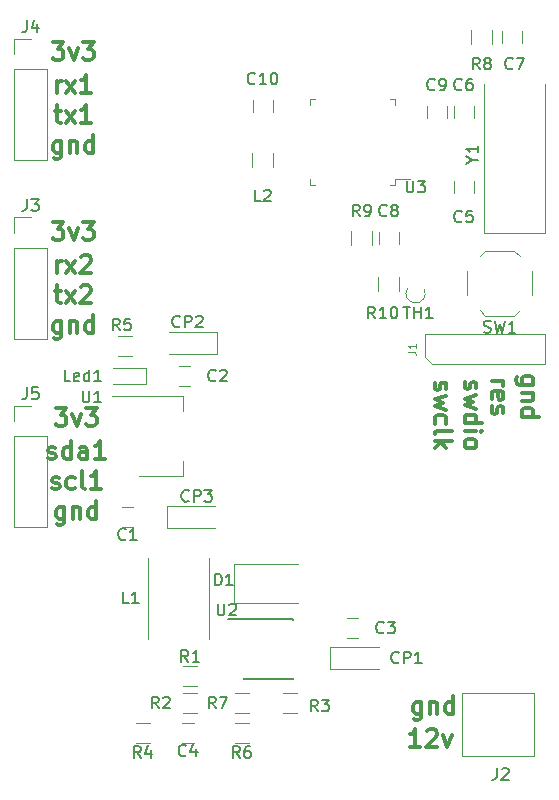
<source format=gbr>
%TF.GenerationSoftware,KiCad,Pcbnew,(5.1.2)-2*%
%TF.CreationDate,2020-09-07T08:08:20+07:00*%
%TF.ProjectId,ai-hw-elec,61692d68-772d-4656-9c65-632e6b696361,rev?*%
%TF.SameCoordinates,Original*%
%TF.FileFunction,Legend,Top*%
%TF.FilePolarity,Positive*%
%FSLAX46Y46*%
G04 Gerber Fmt 4.6, Leading zero omitted, Abs format (unit mm)*
G04 Created by KiCad (PCBNEW (5.1.2)-2) date 2020-09-07 08:08:20*
%MOMM*%
%LPD*%
G04 APERTURE LIST*
%ADD10C,0.300000*%
%ADD11C,0.120000*%
%ADD12C,0.100000*%
%ADD13C,0.150000*%
G04 APERTURE END LIST*
D10*
X108045428Y-62400571D02*
X108045428Y-61400571D01*
X108045428Y-61686285D02*
X108116857Y-61543428D01*
X108188285Y-61472000D01*
X108331142Y-61400571D01*
X108474000Y-61400571D01*
X108831142Y-62400571D02*
X109616857Y-61400571D01*
X108831142Y-61400571D02*
X109616857Y-62400571D01*
X110974000Y-62400571D02*
X110116857Y-62400571D01*
X110545428Y-62400571D02*
X110545428Y-60900571D01*
X110402571Y-61114857D01*
X110259714Y-61257714D01*
X110116857Y-61329142D01*
X107866857Y-63940571D02*
X108438285Y-63940571D01*
X108081142Y-63440571D02*
X108081142Y-64726285D01*
X108152571Y-64869142D01*
X108295428Y-64940571D01*
X108438285Y-64940571D01*
X108795428Y-64940571D02*
X109581142Y-63940571D01*
X108795428Y-63940571D02*
X109581142Y-64940571D01*
X110938285Y-64940571D02*
X110081142Y-64940571D01*
X110509714Y-64940571D02*
X110509714Y-63440571D01*
X110366857Y-63654857D01*
X110224000Y-63797714D01*
X110081142Y-63869142D01*
X108045428Y-77640571D02*
X108045428Y-76640571D01*
X108045428Y-76926285D02*
X108116857Y-76783428D01*
X108188285Y-76712000D01*
X108331142Y-76640571D01*
X108474000Y-76640571D01*
X108831142Y-77640571D02*
X109616857Y-76640571D01*
X108831142Y-76640571D02*
X109616857Y-77640571D01*
X110116857Y-76283428D02*
X110188285Y-76212000D01*
X110331142Y-76140571D01*
X110688285Y-76140571D01*
X110831142Y-76212000D01*
X110902571Y-76283428D01*
X110974000Y-76426285D01*
X110974000Y-76569142D01*
X110902571Y-76783428D01*
X110045428Y-77640571D01*
X110974000Y-77640571D01*
X107866857Y-79180571D02*
X108438285Y-79180571D01*
X108081142Y-78680571D02*
X108081142Y-79966285D01*
X108152571Y-80109142D01*
X108295428Y-80180571D01*
X108438285Y-80180571D01*
X108795428Y-80180571D02*
X109581142Y-79180571D01*
X108795428Y-79180571D02*
X109581142Y-80180571D01*
X110081142Y-78823428D02*
X110152571Y-78752000D01*
X110295428Y-78680571D01*
X110652571Y-78680571D01*
X110795428Y-78752000D01*
X110866857Y-78823428D01*
X110938285Y-78966285D01*
X110938285Y-79109142D01*
X110866857Y-79323428D01*
X110009714Y-80180571D01*
X110938285Y-80180571D01*
X107942285Y-89094571D02*
X108870857Y-89094571D01*
X108370857Y-89666000D01*
X108585142Y-89666000D01*
X108728000Y-89737428D01*
X108799428Y-89808857D01*
X108870857Y-89951714D01*
X108870857Y-90308857D01*
X108799428Y-90451714D01*
X108728000Y-90523142D01*
X108585142Y-90594571D01*
X108156571Y-90594571D01*
X108013714Y-90523142D01*
X107942285Y-90451714D01*
X109370857Y-89594571D02*
X109728000Y-90594571D01*
X110085142Y-89594571D01*
X110513714Y-89094571D02*
X111442285Y-89094571D01*
X110942285Y-89666000D01*
X111156571Y-89666000D01*
X111299428Y-89737428D01*
X111370857Y-89808857D01*
X111442285Y-89951714D01*
X111442285Y-90308857D01*
X111370857Y-90451714D01*
X111299428Y-90523142D01*
X111156571Y-90594571D01*
X110728000Y-90594571D01*
X110585142Y-90523142D01*
X110513714Y-90451714D01*
X107335142Y-93317142D02*
X107478000Y-93388571D01*
X107763714Y-93388571D01*
X107906571Y-93317142D01*
X107978000Y-93174285D01*
X107978000Y-93102857D01*
X107906571Y-92960000D01*
X107763714Y-92888571D01*
X107549428Y-92888571D01*
X107406571Y-92817142D01*
X107335142Y-92674285D01*
X107335142Y-92602857D01*
X107406571Y-92460000D01*
X107549428Y-92388571D01*
X107763714Y-92388571D01*
X107906571Y-92460000D01*
X109263714Y-93388571D02*
X109263714Y-91888571D01*
X109263714Y-93317142D02*
X109120857Y-93388571D01*
X108835142Y-93388571D01*
X108692285Y-93317142D01*
X108620857Y-93245714D01*
X108549428Y-93102857D01*
X108549428Y-92674285D01*
X108620857Y-92531428D01*
X108692285Y-92460000D01*
X108835142Y-92388571D01*
X109120857Y-92388571D01*
X109263714Y-92460000D01*
X110620857Y-93388571D02*
X110620857Y-92602857D01*
X110549428Y-92460000D01*
X110406571Y-92388571D01*
X110120857Y-92388571D01*
X109978000Y-92460000D01*
X110620857Y-93317142D02*
X110478000Y-93388571D01*
X110120857Y-93388571D01*
X109978000Y-93317142D01*
X109906571Y-93174285D01*
X109906571Y-93031428D01*
X109978000Y-92888571D01*
X110120857Y-92817142D01*
X110478000Y-92817142D01*
X110620857Y-92745714D01*
X112120857Y-93388571D02*
X111263714Y-93388571D01*
X111692285Y-93388571D02*
X111692285Y-91888571D01*
X111549428Y-92102857D01*
X111406571Y-92245714D01*
X111263714Y-92317142D01*
X107688285Y-58106571D02*
X108616857Y-58106571D01*
X108116857Y-58678000D01*
X108331142Y-58678000D01*
X108474000Y-58749428D01*
X108545428Y-58820857D01*
X108616857Y-58963714D01*
X108616857Y-59320857D01*
X108545428Y-59463714D01*
X108474000Y-59535142D01*
X108331142Y-59606571D01*
X107902571Y-59606571D01*
X107759714Y-59535142D01*
X107688285Y-59463714D01*
X109116857Y-58606571D02*
X109474000Y-59606571D01*
X109831142Y-58606571D01*
X110259714Y-58106571D02*
X111188285Y-58106571D01*
X110688285Y-58678000D01*
X110902571Y-58678000D01*
X111045428Y-58749428D01*
X111116857Y-58820857D01*
X111188285Y-58963714D01*
X111188285Y-59320857D01*
X111116857Y-59463714D01*
X111045428Y-59535142D01*
X110902571Y-59606571D01*
X110474000Y-59606571D01*
X110331142Y-59535142D01*
X110259714Y-59463714D01*
X107656571Y-95857142D02*
X107799428Y-95928571D01*
X108085142Y-95928571D01*
X108228000Y-95857142D01*
X108299428Y-95714285D01*
X108299428Y-95642857D01*
X108228000Y-95500000D01*
X108085142Y-95428571D01*
X107870857Y-95428571D01*
X107728000Y-95357142D01*
X107656571Y-95214285D01*
X107656571Y-95142857D01*
X107728000Y-95000000D01*
X107870857Y-94928571D01*
X108085142Y-94928571D01*
X108228000Y-95000000D01*
X109585142Y-95857142D02*
X109442285Y-95928571D01*
X109156571Y-95928571D01*
X109013714Y-95857142D01*
X108942285Y-95785714D01*
X108870857Y-95642857D01*
X108870857Y-95214285D01*
X108942285Y-95071428D01*
X109013714Y-95000000D01*
X109156571Y-94928571D01*
X109442285Y-94928571D01*
X109585142Y-95000000D01*
X110442285Y-95928571D02*
X110299428Y-95857142D01*
X110228000Y-95714285D01*
X110228000Y-94428571D01*
X111799428Y-95928571D02*
X110942285Y-95928571D01*
X111370857Y-95928571D02*
X111370857Y-94428571D01*
X111228000Y-94642857D01*
X111085142Y-94785714D01*
X110942285Y-94857142D01*
X108438285Y-81720571D02*
X108438285Y-82934857D01*
X108366857Y-83077714D01*
X108295428Y-83149142D01*
X108152571Y-83220571D01*
X107938285Y-83220571D01*
X107795428Y-83149142D01*
X108438285Y-82649142D02*
X108295428Y-82720571D01*
X108009714Y-82720571D01*
X107866857Y-82649142D01*
X107795428Y-82577714D01*
X107724000Y-82434857D01*
X107724000Y-82006285D01*
X107795428Y-81863428D01*
X107866857Y-81792000D01*
X108009714Y-81720571D01*
X108295428Y-81720571D01*
X108438285Y-81792000D01*
X109152571Y-81720571D02*
X109152571Y-82720571D01*
X109152571Y-81863428D02*
X109224000Y-81792000D01*
X109366857Y-81720571D01*
X109581142Y-81720571D01*
X109724000Y-81792000D01*
X109795428Y-81934857D01*
X109795428Y-82720571D01*
X111152571Y-82720571D02*
X111152571Y-81220571D01*
X111152571Y-82649142D02*
X111009714Y-82720571D01*
X110724000Y-82720571D01*
X110581142Y-82649142D01*
X110509714Y-82577714D01*
X110438285Y-82434857D01*
X110438285Y-82006285D01*
X110509714Y-81863428D01*
X110581142Y-81792000D01*
X110724000Y-81720571D01*
X111009714Y-81720571D01*
X111152571Y-81792000D01*
X108438285Y-66480571D02*
X108438285Y-67694857D01*
X108366857Y-67837714D01*
X108295428Y-67909142D01*
X108152571Y-67980571D01*
X107938285Y-67980571D01*
X107795428Y-67909142D01*
X108438285Y-67409142D02*
X108295428Y-67480571D01*
X108009714Y-67480571D01*
X107866857Y-67409142D01*
X107795428Y-67337714D01*
X107724000Y-67194857D01*
X107724000Y-66766285D01*
X107795428Y-66623428D01*
X107866857Y-66552000D01*
X108009714Y-66480571D01*
X108295428Y-66480571D01*
X108438285Y-66552000D01*
X109152571Y-66480571D02*
X109152571Y-67480571D01*
X109152571Y-66623428D02*
X109224000Y-66552000D01*
X109366857Y-66480571D01*
X109581142Y-66480571D01*
X109724000Y-66552000D01*
X109795428Y-66694857D01*
X109795428Y-67480571D01*
X111152571Y-67480571D02*
X111152571Y-65980571D01*
X111152571Y-67409142D02*
X111009714Y-67480571D01*
X110724000Y-67480571D01*
X110581142Y-67409142D01*
X110509714Y-67337714D01*
X110438285Y-67194857D01*
X110438285Y-66766285D01*
X110509714Y-66623428D01*
X110581142Y-66552000D01*
X110724000Y-66480571D01*
X111009714Y-66480571D01*
X111152571Y-66552000D01*
X108692285Y-97468571D02*
X108692285Y-98682857D01*
X108620857Y-98825714D01*
X108549428Y-98897142D01*
X108406571Y-98968571D01*
X108192285Y-98968571D01*
X108049428Y-98897142D01*
X108692285Y-98397142D02*
X108549428Y-98468571D01*
X108263714Y-98468571D01*
X108120857Y-98397142D01*
X108049428Y-98325714D01*
X107978000Y-98182857D01*
X107978000Y-97754285D01*
X108049428Y-97611428D01*
X108120857Y-97540000D01*
X108263714Y-97468571D01*
X108549428Y-97468571D01*
X108692285Y-97540000D01*
X109406571Y-97468571D02*
X109406571Y-98468571D01*
X109406571Y-97611428D02*
X109478000Y-97540000D01*
X109620857Y-97468571D01*
X109835142Y-97468571D01*
X109978000Y-97540000D01*
X110049428Y-97682857D01*
X110049428Y-98468571D01*
X111406571Y-98468571D02*
X111406571Y-96968571D01*
X111406571Y-98397142D02*
X111263714Y-98468571D01*
X110978000Y-98468571D01*
X110835142Y-98397142D01*
X110763714Y-98325714D01*
X110692285Y-98182857D01*
X110692285Y-97754285D01*
X110763714Y-97611428D01*
X110835142Y-97540000D01*
X110978000Y-97468571D01*
X111263714Y-97468571D01*
X111406571Y-97540000D01*
X138842857Y-117772571D02*
X137985714Y-117772571D01*
X138414285Y-117772571D02*
X138414285Y-116272571D01*
X138271428Y-116486857D01*
X138128571Y-116629714D01*
X137985714Y-116701142D01*
X139414285Y-116415428D02*
X139485714Y-116344000D01*
X139628571Y-116272571D01*
X139985714Y-116272571D01*
X140128571Y-116344000D01*
X140200000Y-116415428D01*
X140271428Y-116558285D01*
X140271428Y-116701142D01*
X140200000Y-116915428D01*
X139342857Y-117772571D01*
X140271428Y-117772571D01*
X140771428Y-116772571D02*
X141128571Y-117772571D01*
X141485714Y-116772571D01*
X138918285Y-113978571D02*
X138918285Y-115192857D01*
X138846857Y-115335714D01*
X138775428Y-115407142D01*
X138632571Y-115478571D01*
X138418285Y-115478571D01*
X138275428Y-115407142D01*
X138918285Y-114907142D02*
X138775428Y-114978571D01*
X138489714Y-114978571D01*
X138346857Y-114907142D01*
X138275428Y-114835714D01*
X138204000Y-114692857D01*
X138204000Y-114264285D01*
X138275428Y-114121428D01*
X138346857Y-114050000D01*
X138489714Y-113978571D01*
X138775428Y-113978571D01*
X138918285Y-114050000D01*
X139632571Y-113978571D02*
X139632571Y-114978571D01*
X139632571Y-114121428D02*
X139704000Y-114050000D01*
X139846857Y-113978571D01*
X140061142Y-113978571D01*
X140204000Y-114050000D01*
X140275428Y-114192857D01*
X140275428Y-114978571D01*
X141632571Y-114978571D02*
X141632571Y-113478571D01*
X141632571Y-114907142D02*
X141489714Y-114978571D01*
X141204000Y-114978571D01*
X141061142Y-114907142D01*
X140989714Y-114835714D01*
X140918285Y-114692857D01*
X140918285Y-114264285D01*
X140989714Y-114121428D01*
X141061142Y-114050000D01*
X141204000Y-113978571D01*
X141489714Y-113978571D01*
X141632571Y-114050000D01*
X142648857Y-86840571D02*
X142577428Y-86983428D01*
X142577428Y-87269142D01*
X142648857Y-87412000D01*
X142791714Y-87483428D01*
X142863142Y-87483428D01*
X143006000Y-87412000D01*
X143077428Y-87269142D01*
X143077428Y-87054857D01*
X143148857Y-86912000D01*
X143291714Y-86840571D01*
X143363142Y-86840571D01*
X143506000Y-86912000D01*
X143577428Y-87054857D01*
X143577428Y-87269142D01*
X143506000Y-87412000D01*
X143577428Y-87983428D02*
X142577428Y-88269142D01*
X143291714Y-88554857D01*
X142577428Y-88840571D01*
X143577428Y-89126285D01*
X142577428Y-90340571D02*
X144077428Y-90340571D01*
X142648857Y-90340571D02*
X142577428Y-90197714D01*
X142577428Y-89912000D01*
X142648857Y-89769142D01*
X142720285Y-89697714D01*
X142863142Y-89626285D01*
X143291714Y-89626285D01*
X143434571Y-89697714D01*
X143506000Y-89769142D01*
X143577428Y-89912000D01*
X143577428Y-90197714D01*
X143506000Y-90340571D01*
X142577428Y-91054857D02*
X143577428Y-91054857D01*
X144077428Y-91054857D02*
X144006000Y-90983428D01*
X143934571Y-91054857D01*
X144006000Y-91126285D01*
X144077428Y-91054857D01*
X143934571Y-91054857D01*
X142577428Y-91983428D02*
X142648857Y-91840571D01*
X142720285Y-91769142D01*
X142863142Y-91697714D01*
X143291714Y-91697714D01*
X143434571Y-91769142D01*
X143506000Y-91840571D01*
X143577428Y-91983428D01*
X143577428Y-92197714D01*
X143506000Y-92340571D01*
X143434571Y-92412000D01*
X143291714Y-92483428D01*
X142863142Y-92483428D01*
X142720285Y-92412000D01*
X142648857Y-92340571D01*
X142577428Y-92197714D01*
X142577428Y-91983428D01*
X144863428Y-86780857D02*
X145863428Y-86780857D01*
X145577714Y-86780857D02*
X145720571Y-86852285D01*
X145792000Y-86923714D01*
X145863428Y-87066571D01*
X145863428Y-87209428D01*
X144934857Y-88280857D02*
X144863428Y-88138000D01*
X144863428Y-87852285D01*
X144934857Y-87709428D01*
X145077714Y-87638000D01*
X145649142Y-87638000D01*
X145792000Y-87709428D01*
X145863428Y-87852285D01*
X145863428Y-88138000D01*
X145792000Y-88280857D01*
X145649142Y-88352285D01*
X145506285Y-88352285D01*
X145363428Y-87638000D01*
X144934857Y-88923714D02*
X144863428Y-89066571D01*
X144863428Y-89352285D01*
X144934857Y-89495142D01*
X145077714Y-89566571D01*
X145149142Y-89566571D01*
X145292000Y-89495142D01*
X145363428Y-89352285D01*
X145363428Y-89138000D01*
X145434857Y-88995142D01*
X145577714Y-88923714D01*
X145649142Y-88923714D01*
X145792000Y-88995142D01*
X145863428Y-89138000D01*
X145863428Y-89352285D01*
X145792000Y-89495142D01*
X140108857Y-86912000D02*
X140037428Y-87054857D01*
X140037428Y-87340571D01*
X140108857Y-87483428D01*
X140251714Y-87554857D01*
X140323142Y-87554857D01*
X140466000Y-87483428D01*
X140537428Y-87340571D01*
X140537428Y-87126285D01*
X140608857Y-86983428D01*
X140751714Y-86912000D01*
X140823142Y-86912000D01*
X140966000Y-86983428D01*
X141037428Y-87126285D01*
X141037428Y-87340571D01*
X140966000Y-87483428D01*
X141037428Y-88054857D02*
X140037428Y-88340571D01*
X140751714Y-88626285D01*
X140037428Y-88912000D01*
X141037428Y-89197714D01*
X140108857Y-90412000D02*
X140037428Y-90269142D01*
X140037428Y-89983428D01*
X140108857Y-89840571D01*
X140180285Y-89769142D01*
X140323142Y-89697714D01*
X140751714Y-89697714D01*
X140894571Y-89769142D01*
X140966000Y-89840571D01*
X141037428Y-89983428D01*
X141037428Y-90269142D01*
X140966000Y-90412000D01*
X140037428Y-91269142D02*
X140108857Y-91126285D01*
X140251714Y-91054857D01*
X141537428Y-91054857D01*
X140037428Y-91840571D02*
X141537428Y-91840571D01*
X140608857Y-91983428D02*
X140037428Y-92412000D01*
X141037428Y-92412000D02*
X140466000Y-91840571D01*
X148403428Y-87102285D02*
X147189142Y-87102285D01*
X147046285Y-87030857D01*
X146974857Y-86959428D01*
X146903428Y-86816571D01*
X146903428Y-86602285D01*
X146974857Y-86459428D01*
X147474857Y-87102285D02*
X147403428Y-86959428D01*
X147403428Y-86673714D01*
X147474857Y-86530857D01*
X147546285Y-86459428D01*
X147689142Y-86388000D01*
X148117714Y-86388000D01*
X148260571Y-86459428D01*
X148332000Y-86530857D01*
X148403428Y-86673714D01*
X148403428Y-86959428D01*
X148332000Y-87102285D01*
X148403428Y-87816571D02*
X147403428Y-87816571D01*
X148260571Y-87816571D02*
X148332000Y-87888000D01*
X148403428Y-88030857D01*
X148403428Y-88245142D01*
X148332000Y-88388000D01*
X148189142Y-88459428D01*
X147403428Y-88459428D01*
X147403428Y-89816571D02*
X148903428Y-89816571D01*
X147474857Y-89816571D02*
X147403428Y-89673714D01*
X147403428Y-89388000D01*
X147474857Y-89245142D01*
X147546285Y-89173714D01*
X147689142Y-89102285D01*
X148117714Y-89102285D01*
X148260571Y-89173714D01*
X148332000Y-89245142D01*
X148403428Y-89388000D01*
X148403428Y-89673714D01*
X148332000Y-89816571D01*
X107688285Y-73346571D02*
X108616857Y-73346571D01*
X108116857Y-73918000D01*
X108331142Y-73918000D01*
X108474000Y-73989428D01*
X108545428Y-74060857D01*
X108616857Y-74203714D01*
X108616857Y-74560857D01*
X108545428Y-74703714D01*
X108474000Y-74775142D01*
X108331142Y-74846571D01*
X107902571Y-74846571D01*
X107759714Y-74775142D01*
X107688285Y-74703714D01*
X109116857Y-73846571D02*
X109474000Y-74846571D01*
X109831142Y-73846571D01*
X110259714Y-73346571D02*
X111188285Y-73346571D01*
X110688285Y-73918000D01*
X110902571Y-73918000D01*
X111045428Y-73989428D01*
X111116857Y-74060857D01*
X111188285Y-74203714D01*
X111188285Y-74560857D01*
X111116857Y-74703714D01*
X111045428Y-74775142D01*
X110902571Y-74846571D01*
X110474000Y-74846571D01*
X110331142Y-74775142D01*
X110259714Y-74703714D01*
D11*
%TO.C,J2*%
X148434000Y-118540800D02*
X142338000Y-118540800D01*
X148434000Y-113206800D02*
X148434000Y-118540800D01*
X142338000Y-113206800D02*
X142338000Y-118540800D01*
X148434000Y-113206800D02*
X142338000Y-113206800D01*
%TO.C,C1*%
X113546000Y-99148000D02*
X114546000Y-99148000D01*
X114546000Y-97448000D02*
X113546000Y-97448000D01*
%TO.C,C2*%
X119372000Y-85510000D02*
X118372000Y-85510000D01*
X118372000Y-87210000D02*
X119372000Y-87210000D01*
%TO.C,C3*%
X133596000Y-106846000D02*
X132596000Y-106846000D01*
X132596000Y-108546000D02*
X133596000Y-108546000D01*
%TO.C,C4*%
X119642000Y-115761000D02*
X118642000Y-115761000D01*
X118642000Y-117461000D02*
X119642000Y-117461000D01*
%TO.C,C5*%
X141644000Y-69858000D02*
X141644000Y-70858000D01*
X143344000Y-70858000D02*
X143344000Y-69858000D01*
%TO.C,C6*%
X141644000Y-63508000D02*
X141644000Y-64508000D01*
X143344000Y-64508000D02*
X143344000Y-63508000D01*
%TO.C,C7*%
X145708000Y-57142000D02*
X145708000Y-58142000D01*
X147408000Y-58142000D02*
X147408000Y-57142000D01*
%TO.C,C8*%
X135294000Y-74176000D02*
X135294000Y-75176000D01*
X136994000Y-75176000D02*
X136994000Y-74176000D01*
%TO.C,C9*%
X139358000Y-63492000D02*
X139358000Y-64492000D01*
X141058000Y-64492000D02*
X141058000Y-63492000D01*
%TO.C,C10*%
X124626000Y-63000000D02*
X124626000Y-64000000D01*
X126326000Y-64000000D02*
X126326000Y-63000000D01*
%TO.C,CP1*%
X131205500Y-111171000D02*
X135290500Y-111171000D01*
X131205500Y-109301000D02*
X131205500Y-111171000D01*
X135290500Y-109301000D02*
X131205500Y-109301000D01*
%TO.C,CP2*%
X117526000Y-84501000D02*
X121611000Y-84501000D01*
X121611000Y-84501000D02*
X121611000Y-82631000D01*
X121611000Y-82631000D02*
X117526000Y-82631000D01*
%TO.C,CP3*%
X117403000Y-99233000D02*
X121488000Y-99233000D01*
X117403000Y-97363000D02*
X117403000Y-99233000D01*
X121488000Y-97363000D02*
X117403000Y-97363000D01*
%TO.C,D1*%
X123092000Y-102236000D02*
X123092000Y-105536000D01*
X123092000Y-105536000D02*
X128492000Y-105536000D01*
X123092000Y-102236000D02*
X128492000Y-102236000D01*
D12*
%TO.C,J1*%
X139192000Y-84709000D02*
X139192000Y-82804000D01*
X139192000Y-82804000D02*
X149352000Y-82804000D01*
X149352000Y-82804000D02*
X149352000Y-85344000D01*
X149352000Y-85344000D02*
X139827000Y-85344000D01*
X139827000Y-85344000D02*
X139192000Y-84709000D01*
D11*
%TO.C,L1*%
X115814000Y-108642000D02*
X115814000Y-101742000D01*
X120914000Y-108642000D02*
X120914000Y-101742000D01*
%TO.C,L2*%
X124596000Y-68672000D02*
X124596000Y-67472000D01*
X126356000Y-67472000D02*
X126356000Y-68672000D01*
%TO.C,Led1*%
X115592000Y-87060000D02*
X112792000Y-87060000D01*
X115592000Y-85660000D02*
X112792000Y-85660000D01*
X115592000Y-87060000D02*
X115592000Y-85660000D01*
%TO.C,R1*%
X119942000Y-112640000D02*
X118742000Y-112640000D01*
X118742000Y-110880000D02*
X119942000Y-110880000D01*
%TO.C,R2*%
X119942000Y-114926000D02*
X118742000Y-114926000D01*
X118742000Y-113166000D02*
X119942000Y-113166000D01*
%TO.C,R3*%
X128362000Y-114926000D02*
X127162000Y-114926000D01*
X127162000Y-113166000D02*
X128362000Y-113166000D01*
%TO.C,R4*%
X115916000Y-117466000D02*
X114716000Y-117466000D01*
X114716000Y-115706000D02*
X115916000Y-115706000D01*
%TO.C,R5*%
X113192000Y-82940000D02*
X114392000Y-82940000D01*
X114392000Y-84700000D02*
X113192000Y-84700000D01*
%TO.C,R6*%
X124298000Y-117466000D02*
X123098000Y-117466000D01*
X123098000Y-115706000D02*
X124298000Y-115706000D01*
%TO.C,R7*%
X124298000Y-114926000D02*
X123098000Y-114926000D01*
X123098000Y-113166000D02*
X124298000Y-113166000D01*
%TO.C,R8*%
X144898000Y-57058000D02*
X144898000Y-58258000D01*
X143138000Y-58258000D02*
X143138000Y-57058000D01*
%TO.C,R9*%
X134738000Y-74076000D02*
X134738000Y-75276000D01*
X132978000Y-75276000D02*
X132978000Y-74076000D01*
%TO.C,SW1*%
X147242000Y-76186000D02*
X146792000Y-75736000D01*
X143842000Y-76186000D02*
X144292000Y-75736000D01*
X143842000Y-80786000D02*
X144292000Y-81236000D01*
X147242000Y-80786000D02*
X146792000Y-81236000D01*
X142792000Y-79486000D02*
X142792000Y-77486000D01*
X146792000Y-75736000D02*
X144292000Y-75736000D01*
X148292000Y-79486000D02*
X148292000Y-77486000D01*
X146792000Y-81236000D02*
X144292000Y-81236000D01*
%TO.C,U1*%
X118750000Y-94850000D02*
X118750000Y-93590000D01*
X118750000Y-88030000D02*
X118750000Y-89290000D01*
X114990000Y-94850000D02*
X118750000Y-94850000D01*
X112740000Y-88030000D02*
X118750000Y-88030000D01*
D13*
%TO.C,U2*%
X123909000Y-106899000D02*
X123909000Y-106949000D01*
X128059000Y-106899000D02*
X128059000Y-107044000D01*
X128059000Y-112049000D02*
X128059000Y-111904000D01*
X123909000Y-112049000D02*
X123909000Y-111904000D01*
X123909000Y-106899000D02*
X128059000Y-106899000D01*
X123909000Y-112049000D02*
X128059000Y-112049000D01*
X123909000Y-106949000D02*
X122509000Y-106949000D01*
D11*
%TO.C,U3*%
X129936000Y-62938000D02*
X129486000Y-62938000D01*
X129486000Y-62938000D02*
X129486000Y-63388000D01*
X136256000Y-62938000D02*
X136706000Y-62938000D01*
X136706000Y-62938000D02*
X136706000Y-63388000D01*
X129936000Y-70158000D02*
X129486000Y-70158000D01*
X129486000Y-70158000D02*
X129486000Y-69708000D01*
X136256000Y-70158000D02*
X136706000Y-70158000D01*
X136706000Y-70158000D02*
X136706000Y-69708000D01*
X136706000Y-69708000D02*
X137996000Y-69708000D01*
%TO.C,Y1*%
X149362000Y-74264000D02*
X149362000Y-61664000D01*
X144262000Y-74264000D02*
X149362000Y-74264000D01*
X144262000Y-61664000D02*
X144262000Y-74264000D01*
%TO.C,J3*%
X104440000Y-75530000D02*
X104440000Y-83210000D01*
X104440000Y-83210000D02*
X107240000Y-83210000D01*
X107240000Y-83210000D02*
X107240000Y-75530000D01*
X107240000Y-75530000D02*
X104440000Y-75530000D01*
X104440000Y-74260000D02*
X104440000Y-72930000D01*
X104440000Y-72930000D02*
X105840000Y-72930000D01*
%TO.C,J4*%
X104430000Y-57800000D02*
X105830000Y-57800000D01*
X104430000Y-59130000D02*
X104430000Y-57800000D01*
X107230000Y-60400000D02*
X104430000Y-60400000D01*
X107230000Y-68080000D02*
X107230000Y-60400000D01*
X104430000Y-68080000D02*
X107230000Y-68080000D01*
X104430000Y-60400000D02*
X104430000Y-68080000D01*
%TO.C,J5*%
X104440000Y-91470000D02*
X104440000Y-99150000D01*
X104440000Y-99150000D02*
X107240000Y-99150000D01*
X107240000Y-99150000D02*
X107240000Y-91470000D01*
X107240000Y-91470000D02*
X104440000Y-91470000D01*
X104440000Y-90200000D02*
X104440000Y-88870000D01*
X104440000Y-88870000D02*
X105840000Y-88870000D01*
%TO.C,R10*%
X135264000Y-79152000D02*
X135264000Y-77952000D01*
X137024000Y-77952000D02*
X137024000Y-79152000D01*
%TO.C,TH1*%
X139179359Y-79049905D02*
G75*
G02X137730000Y-78952867I-749359J-320095D01*
G01*
%TO.C,J2*%
D13*
X145306666Y-119567980D02*
X145306666Y-120282266D01*
X145259047Y-120425123D01*
X145163809Y-120520361D01*
X145020952Y-120567980D01*
X144925714Y-120567980D01*
X145735238Y-119663219D02*
X145782857Y-119615600D01*
X145878095Y-119567980D01*
X146116190Y-119567980D01*
X146211428Y-119615600D01*
X146259047Y-119663219D01*
X146306666Y-119758457D01*
X146306666Y-119853695D01*
X146259047Y-119996552D01*
X145687619Y-120567980D01*
X146306666Y-120567980D01*
%TO.C,C1*%
X113879333Y-100155142D02*
X113831714Y-100202761D01*
X113688857Y-100250380D01*
X113593619Y-100250380D01*
X113450761Y-100202761D01*
X113355523Y-100107523D01*
X113307904Y-100012285D01*
X113260285Y-99821809D01*
X113260285Y-99678952D01*
X113307904Y-99488476D01*
X113355523Y-99393238D01*
X113450761Y-99298000D01*
X113593619Y-99250380D01*
X113688857Y-99250380D01*
X113831714Y-99298000D01*
X113879333Y-99345619D01*
X114831714Y-100250380D02*
X114260285Y-100250380D01*
X114546000Y-100250380D02*
X114546000Y-99250380D01*
X114450761Y-99393238D01*
X114355523Y-99488476D01*
X114260285Y-99536095D01*
%TO.C,C2*%
X121499333Y-86717142D02*
X121451714Y-86764761D01*
X121308857Y-86812380D01*
X121213619Y-86812380D01*
X121070761Y-86764761D01*
X120975523Y-86669523D01*
X120927904Y-86574285D01*
X120880285Y-86383809D01*
X120880285Y-86240952D01*
X120927904Y-86050476D01*
X120975523Y-85955238D01*
X121070761Y-85860000D01*
X121213619Y-85812380D01*
X121308857Y-85812380D01*
X121451714Y-85860000D01*
X121499333Y-85907619D01*
X121880285Y-85907619D02*
X121927904Y-85860000D01*
X122023142Y-85812380D01*
X122261238Y-85812380D01*
X122356476Y-85860000D01*
X122404095Y-85907619D01*
X122451714Y-86002857D01*
X122451714Y-86098095D01*
X122404095Y-86240952D01*
X121832666Y-86812380D01*
X122451714Y-86812380D01*
%TO.C,C3*%
X135723333Y-108053142D02*
X135675714Y-108100761D01*
X135532857Y-108148380D01*
X135437619Y-108148380D01*
X135294761Y-108100761D01*
X135199523Y-108005523D01*
X135151904Y-107910285D01*
X135104285Y-107719809D01*
X135104285Y-107576952D01*
X135151904Y-107386476D01*
X135199523Y-107291238D01*
X135294761Y-107196000D01*
X135437619Y-107148380D01*
X135532857Y-107148380D01*
X135675714Y-107196000D01*
X135723333Y-107243619D01*
X136056666Y-107148380D02*
X136675714Y-107148380D01*
X136342380Y-107529333D01*
X136485238Y-107529333D01*
X136580476Y-107576952D01*
X136628095Y-107624571D01*
X136675714Y-107719809D01*
X136675714Y-107957904D01*
X136628095Y-108053142D01*
X136580476Y-108100761D01*
X136485238Y-108148380D01*
X136199523Y-108148380D01*
X136104285Y-108100761D01*
X136056666Y-108053142D01*
%TO.C,C4*%
X118975333Y-118468142D02*
X118927714Y-118515761D01*
X118784857Y-118563380D01*
X118689619Y-118563380D01*
X118546761Y-118515761D01*
X118451523Y-118420523D01*
X118403904Y-118325285D01*
X118356285Y-118134809D01*
X118356285Y-117991952D01*
X118403904Y-117801476D01*
X118451523Y-117706238D01*
X118546761Y-117611000D01*
X118689619Y-117563380D01*
X118784857Y-117563380D01*
X118927714Y-117611000D01*
X118975333Y-117658619D01*
X119832476Y-117896714D02*
X119832476Y-118563380D01*
X119594380Y-117515761D02*
X119356285Y-118230047D01*
X119975333Y-118230047D01*
%TO.C,C5*%
X142327333Y-73255142D02*
X142279714Y-73302761D01*
X142136857Y-73350380D01*
X142041619Y-73350380D01*
X141898761Y-73302761D01*
X141803523Y-73207523D01*
X141755904Y-73112285D01*
X141708285Y-72921809D01*
X141708285Y-72778952D01*
X141755904Y-72588476D01*
X141803523Y-72493238D01*
X141898761Y-72398000D01*
X142041619Y-72350380D01*
X142136857Y-72350380D01*
X142279714Y-72398000D01*
X142327333Y-72445619D01*
X143232095Y-72350380D02*
X142755904Y-72350380D01*
X142708285Y-72826571D01*
X142755904Y-72778952D01*
X142851142Y-72731333D01*
X143089238Y-72731333D01*
X143184476Y-72778952D01*
X143232095Y-72826571D01*
X143279714Y-72921809D01*
X143279714Y-73159904D01*
X143232095Y-73255142D01*
X143184476Y-73302761D01*
X143089238Y-73350380D01*
X142851142Y-73350380D01*
X142755904Y-73302761D01*
X142708285Y-73255142D01*
%TO.C,C6*%
X142327333Y-62079142D02*
X142279714Y-62126761D01*
X142136857Y-62174380D01*
X142041619Y-62174380D01*
X141898761Y-62126761D01*
X141803523Y-62031523D01*
X141755904Y-61936285D01*
X141708285Y-61745809D01*
X141708285Y-61602952D01*
X141755904Y-61412476D01*
X141803523Y-61317238D01*
X141898761Y-61222000D01*
X142041619Y-61174380D01*
X142136857Y-61174380D01*
X142279714Y-61222000D01*
X142327333Y-61269619D01*
X143184476Y-61174380D02*
X142994000Y-61174380D01*
X142898761Y-61222000D01*
X142851142Y-61269619D01*
X142755904Y-61412476D01*
X142708285Y-61602952D01*
X142708285Y-61983904D01*
X142755904Y-62079142D01*
X142803523Y-62126761D01*
X142898761Y-62174380D01*
X143089238Y-62174380D01*
X143184476Y-62126761D01*
X143232095Y-62079142D01*
X143279714Y-61983904D01*
X143279714Y-61745809D01*
X143232095Y-61650571D01*
X143184476Y-61602952D01*
X143089238Y-61555333D01*
X142898761Y-61555333D01*
X142803523Y-61602952D01*
X142755904Y-61650571D01*
X142708285Y-61745809D01*
%TO.C,C7*%
X146645333Y-60301142D02*
X146597714Y-60348761D01*
X146454857Y-60396380D01*
X146359619Y-60396380D01*
X146216761Y-60348761D01*
X146121523Y-60253523D01*
X146073904Y-60158285D01*
X146026285Y-59967809D01*
X146026285Y-59824952D01*
X146073904Y-59634476D01*
X146121523Y-59539238D01*
X146216761Y-59444000D01*
X146359619Y-59396380D01*
X146454857Y-59396380D01*
X146597714Y-59444000D01*
X146645333Y-59491619D01*
X146978666Y-59396380D02*
X147645333Y-59396380D01*
X147216761Y-60396380D01*
%TO.C,C8*%
X135977333Y-72747142D02*
X135929714Y-72794761D01*
X135786857Y-72842380D01*
X135691619Y-72842380D01*
X135548761Y-72794761D01*
X135453523Y-72699523D01*
X135405904Y-72604285D01*
X135358285Y-72413809D01*
X135358285Y-72270952D01*
X135405904Y-72080476D01*
X135453523Y-71985238D01*
X135548761Y-71890000D01*
X135691619Y-71842380D01*
X135786857Y-71842380D01*
X135929714Y-71890000D01*
X135977333Y-71937619D01*
X136548761Y-72270952D02*
X136453523Y-72223333D01*
X136405904Y-72175714D01*
X136358285Y-72080476D01*
X136358285Y-72032857D01*
X136405904Y-71937619D01*
X136453523Y-71890000D01*
X136548761Y-71842380D01*
X136739238Y-71842380D01*
X136834476Y-71890000D01*
X136882095Y-71937619D01*
X136929714Y-72032857D01*
X136929714Y-72080476D01*
X136882095Y-72175714D01*
X136834476Y-72223333D01*
X136739238Y-72270952D01*
X136548761Y-72270952D01*
X136453523Y-72318571D01*
X136405904Y-72366190D01*
X136358285Y-72461428D01*
X136358285Y-72651904D01*
X136405904Y-72747142D01*
X136453523Y-72794761D01*
X136548761Y-72842380D01*
X136739238Y-72842380D01*
X136834476Y-72794761D01*
X136882095Y-72747142D01*
X136929714Y-72651904D01*
X136929714Y-72461428D01*
X136882095Y-72366190D01*
X136834476Y-72318571D01*
X136739238Y-72270952D01*
%TO.C,C9*%
X140041333Y-62079142D02*
X139993714Y-62126761D01*
X139850857Y-62174380D01*
X139755619Y-62174380D01*
X139612761Y-62126761D01*
X139517523Y-62031523D01*
X139469904Y-61936285D01*
X139422285Y-61745809D01*
X139422285Y-61602952D01*
X139469904Y-61412476D01*
X139517523Y-61317238D01*
X139612761Y-61222000D01*
X139755619Y-61174380D01*
X139850857Y-61174380D01*
X139993714Y-61222000D01*
X140041333Y-61269619D01*
X140517523Y-62174380D02*
X140708000Y-62174380D01*
X140803238Y-62126761D01*
X140850857Y-62079142D01*
X140946095Y-61936285D01*
X140993714Y-61745809D01*
X140993714Y-61364857D01*
X140946095Y-61269619D01*
X140898476Y-61222000D01*
X140803238Y-61174380D01*
X140612761Y-61174380D01*
X140517523Y-61222000D01*
X140469904Y-61269619D01*
X140422285Y-61364857D01*
X140422285Y-61602952D01*
X140469904Y-61698190D01*
X140517523Y-61745809D01*
X140612761Y-61793428D01*
X140803238Y-61793428D01*
X140898476Y-61745809D01*
X140946095Y-61698190D01*
X140993714Y-61602952D01*
%TO.C,C10*%
X124833142Y-61571142D02*
X124785523Y-61618761D01*
X124642666Y-61666380D01*
X124547428Y-61666380D01*
X124404571Y-61618761D01*
X124309333Y-61523523D01*
X124261714Y-61428285D01*
X124214095Y-61237809D01*
X124214095Y-61094952D01*
X124261714Y-60904476D01*
X124309333Y-60809238D01*
X124404571Y-60714000D01*
X124547428Y-60666380D01*
X124642666Y-60666380D01*
X124785523Y-60714000D01*
X124833142Y-60761619D01*
X125785523Y-61666380D02*
X125214095Y-61666380D01*
X125499809Y-61666380D02*
X125499809Y-60666380D01*
X125404571Y-60809238D01*
X125309333Y-60904476D01*
X125214095Y-60952095D01*
X126404571Y-60666380D02*
X126499809Y-60666380D01*
X126595047Y-60714000D01*
X126642666Y-60761619D01*
X126690285Y-60856857D01*
X126737904Y-61047333D01*
X126737904Y-61285428D01*
X126690285Y-61475904D01*
X126642666Y-61571142D01*
X126595047Y-61618761D01*
X126499809Y-61666380D01*
X126404571Y-61666380D01*
X126309333Y-61618761D01*
X126261714Y-61571142D01*
X126214095Y-61475904D01*
X126166476Y-61285428D01*
X126166476Y-61047333D01*
X126214095Y-60856857D01*
X126261714Y-60761619D01*
X126309333Y-60714000D01*
X126404571Y-60666380D01*
%TO.C,CP1*%
X137001333Y-110593142D02*
X136953714Y-110640761D01*
X136810857Y-110688380D01*
X136715619Y-110688380D01*
X136572761Y-110640761D01*
X136477523Y-110545523D01*
X136429904Y-110450285D01*
X136382285Y-110259809D01*
X136382285Y-110116952D01*
X136429904Y-109926476D01*
X136477523Y-109831238D01*
X136572761Y-109736000D01*
X136715619Y-109688380D01*
X136810857Y-109688380D01*
X136953714Y-109736000D01*
X137001333Y-109783619D01*
X137429904Y-110688380D02*
X137429904Y-109688380D01*
X137810857Y-109688380D01*
X137906095Y-109736000D01*
X137953714Y-109783619D01*
X138001333Y-109878857D01*
X138001333Y-110021714D01*
X137953714Y-110116952D01*
X137906095Y-110164571D01*
X137810857Y-110212190D01*
X137429904Y-110212190D01*
X138953714Y-110688380D02*
X138382285Y-110688380D01*
X138668000Y-110688380D02*
X138668000Y-109688380D01*
X138572761Y-109831238D01*
X138477523Y-109926476D01*
X138382285Y-109974095D01*
%TO.C,CP2*%
X118459333Y-82145142D02*
X118411714Y-82192761D01*
X118268857Y-82240380D01*
X118173619Y-82240380D01*
X118030761Y-82192761D01*
X117935523Y-82097523D01*
X117887904Y-82002285D01*
X117840285Y-81811809D01*
X117840285Y-81668952D01*
X117887904Y-81478476D01*
X117935523Y-81383238D01*
X118030761Y-81288000D01*
X118173619Y-81240380D01*
X118268857Y-81240380D01*
X118411714Y-81288000D01*
X118459333Y-81335619D01*
X118887904Y-82240380D02*
X118887904Y-81240380D01*
X119268857Y-81240380D01*
X119364095Y-81288000D01*
X119411714Y-81335619D01*
X119459333Y-81430857D01*
X119459333Y-81573714D01*
X119411714Y-81668952D01*
X119364095Y-81716571D01*
X119268857Y-81764190D01*
X118887904Y-81764190D01*
X119840285Y-81335619D02*
X119887904Y-81288000D01*
X119983142Y-81240380D01*
X120221238Y-81240380D01*
X120316476Y-81288000D01*
X120364095Y-81335619D01*
X120411714Y-81430857D01*
X120411714Y-81526095D01*
X120364095Y-81668952D01*
X119792666Y-82240380D01*
X120411714Y-82240380D01*
%TO.C,CP3*%
X119221333Y-96905142D02*
X119173714Y-96952761D01*
X119030857Y-97000380D01*
X118935619Y-97000380D01*
X118792761Y-96952761D01*
X118697523Y-96857523D01*
X118649904Y-96762285D01*
X118602285Y-96571809D01*
X118602285Y-96428952D01*
X118649904Y-96238476D01*
X118697523Y-96143238D01*
X118792761Y-96048000D01*
X118935619Y-96000380D01*
X119030857Y-96000380D01*
X119173714Y-96048000D01*
X119221333Y-96095619D01*
X119649904Y-97000380D02*
X119649904Y-96000380D01*
X120030857Y-96000380D01*
X120126095Y-96048000D01*
X120173714Y-96095619D01*
X120221333Y-96190857D01*
X120221333Y-96333714D01*
X120173714Y-96428952D01*
X120126095Y-96476571D01*
X120030857Y-96524190D01*
X119649904Y-96524190D01*
X120554666Y-96000380D02*
X121173714Y-96000380D01*
X120840380Y-96381333D01*
X120983238Y-96381333D01*
X121078476Y-96428952D01*
X121126095Y-96476571D01*
X121173714Y-96571809D01*
X121173714Y-96809904D01*
X121126095Y-96905142D01*
X121078476Y-96952761D01*
X120983238Y-97000380D01*
X120697523Y-97000380D01*
X120602285Y-96952761D01*
X120554666Y-96905142D01*
%TO.C,D1*%
X121435904Y-104084380D02*
X121435904Y-103084380D01*
X121674000Y-103084380D01*
X121816857Y-103132000D01*
X121912095Y-103227238D01*
X121959714Y-103322476D01*
X122007333Y-103512952D01*
X122007333Y-103655809D01*
X121959714Y-103846285D01*
X121912095Y-103941523D01*
X121816857Y-104036761D01*
X121674000Y-104084380D01*
X121435904Y-104084380D01*
X122959714Y-104084380D02*
X122388285Y-104084380D01*
X122674000Y-104084380D02*
X122674000Y-103084380D01*
X122578761Y-103227238D01*
X122483523Y-103322476D01*
X122388285Y-103370095D01*
%TO.C,J1*%
D11*
X137748666Y-84307333D02*
X138248666Y-84307333D01*
X138348666Y-84340666D01*
X138415333Y-84407333D01*
X138448666Y-84507333D01*
X138448666Y-84574000D01*
X138448666Y-83607333D02*
X138448666Y-84007333D01*
X138448666Y-83807333D02*
X137748666Y-83807333D01*
X137848666Y-83874000D01*
X137915333Y-83940666D01*
X137948666Y-84007333D01*
%TO.C,L1*%
D13*
X114133333Y-105608380D02*
X113657142Y-105608380D01*
X113657142Y-104608380D01*
X114990476Y-105608380D02*
X114419047Y-105608380D01*
X114704761Y-105608380D02*
X114704761Y-104608380D01*
X114609523Y-104751238D01*
X114514285Y-104846476D01*
X114419047Y-104894095D01*
%TO.C,L2*%
X125309333Y-71572380D02*
X124833142Y-71572380D01*
X124833142Y-70572380D01*
X125595047Y-70667619D02*
X125642666Y-70620000D01*
X125737904Y-70572380D01*
X125976000Y-70572380D01*
X126071238Y-70620000D01*
X126118857Y-70667619D01*
X126166476Y-70762857D01*
X126166476Y-70858095D01*
X126118857Y-71000952D01*
X125547428Y-71572380D01*
X126166476Y-71572380D01*
%TO.C,Led1*%
X109188380Y-86812380D02*
X108712190Y-86812380D01*
X108712190Y-85812380D01*
X109902666Y-86764761D02*
X109807428Y-86812380D01*
X109616952Y-86812380D01*
X109521714Y-86764761D01*
X109474095Y-86669523D01*
X109474095Y-86288571D01*
X109521714Y-86193333D01*
X109616952Y-86145714D01*
X109807428Y-86145714D01*
X109902666Y-86193333D01*
X109950285Y-86288571D01*
X109950285Y-86383809D01*
X109474095Y-86479047D01*
X110807428Y-86812380D02*
X110807428Y-85812380D01*
X110807428Y-86764761D02*
X110712190Y-86812380D01*
X110521714Y-86812380D01*
X110426476Y-86764761D01*
X110378857Y-86717142D01*
X110331238Y-86621904D01*
X110331238Y-86336190D01*
X110378857Y-86240952D01*
X110426476Y-86193333D01*
X110521714Y-86145714D01*
X110712190Y-86145714D01*
X110807428Y-86193333D01*
X111807428Y-86812380D02*
X111236000Y-86812380D01*
X111521714Y-86812380D02*
X111521714Y-85812380D01*
X111426476Y-85955238D01*
X111331238Y-86050476D01*
X111236000Y-86098095D01*
%TO.C,R1*%
X119175333Y-110562380D02*
X118842000Y-110086190D01*
X118603904Y-110562380D02*
X118603904Y-109562380D01*
X118984857Y-109562380D01*
X119080095Y-109610000D01*
X119127714Y-109657619D01*
X119175333Y-109752857D01*
X119175333Y-109895714D01*
X119127714Y-109990952D01*
X119080095Y-110038571D01*
X118984857Y-110086190D01*
X118603904Y-110086190D01*
X120127714Y-110562380D02*
X119556285Y-110562380D01*
X119842000Y-110562380D02*
X119842000Y-109562380D01*
X119746761Y-109705238D01*
X119651523Y-109800476D01*
X119556285Y-109848095D01*
%TO.C,R2*%
X116673333Y-114498380D02*
X116340000Y-114022190D01*
X116101904Y-114498380D02*
X116101904Y-113498380D01*
X116482857Y-113498380D01*
X116578095Y-113546000D01*
X116625714Y-113593619D01*
X116673333Y-113688857D01*
X116673333Y-113831714D01*
X116625714Y-113926952D01*
X116578095Y-113974571D01*
X116482857Y-114022190D01*
X116101904Y-114022190D01*
X117054285Y-113593619D02*
X117101904Y-113546000D01*
X117197142Y-113498380D01*
X117435238Y-113498380D01*
X117530476Y-113546000D01*
X117578095Y-113593619D01*
X117625714Y-113688857D01*
X117625714Y-113784095D01*
X117578095Y-113926952D01*
X117006666Y-114498380D01*
X117625714Y-114498380D01*
%TO.C,R3*%
X130135333Y-114752380D02*
X129802000Y-114276190D01*
X129563904Y-114752380D02*
X129563904Y-113752380D01*
X129944857Y-113752380D01*
X130040095Y-113800000D01*
X130087714Y-113847619D01*
X130135333Y-113942857D01*
X130135333Y-114085714D01*
X130087714Y-114180952D01*
X130040095Y-114228571D01*
X129944857Y-114276190D01*
X129563904Y-114276190D01*
X130468666Y-113752380D02*
X131087714Y-113752380D01*
X130754380Y-114133333D01*
X130897238Y-114133333D01*
X130992476Y-114180952D01*
X131040095Y-114228571D01*
X131087714Y-114323809D01*
X131087714Y-114561904D01*
X131040095Y-114657142D01*
X130992476Y-114704761D01*
X130897238Y-114752380D01*
X130611523Y-114752380D01*
X130516285Y-114704761D01*
X130468666Y-114657142D01*
%TO.C,R4*%
X115149333Y-118688380D02*
X114816000Y-118212190D01*
X114577904Y-118688380D02*
X114577904Y-117688380D01*
X114958857Y-117688380D01*
X115054095Y-117736000D01*
X115101714Y-117783619D01*
X115149333Y-117878857D01*
X115149333Y-118021714D01*
X115101714Y-118116952D01*
X115054095Y-118164571D01*
X114958857Y-118212190D01*
X114577904Y-118212190D01*
X116006476Y-118021714D02*
X116006476Y-118688380D01*
X115768380Y-117640761D02*
X115530285Y-118355047D01*
X116149333Y-118355047D01*
%TO.C,R5*%
X113371333Y-82494380D02*
X113038000Y-82018190D01*
X112799904Y-82494380D02*
X112799904Y-81494380D01*
X113180857Y-81494380D01*
X113276095Y-81542000D01*
X113323714Y-81589619D01*
X113371333Y-81684857D01*
X113371333Y-81827714D01*
X113323714Y-81922952D01*
X113276095Y-81970571D01*
X113180857Y-82018190D01*
X112799904Y-82018190D01*
X114276095Y-81494380D02*
X113799904Y-81494380D01*
X113752285Y-81970571D01*
X113799904Y-81922952D01*
X113895142Y-81875333D01*
X114133238Y-81875333D01*
X114228476Y-81922952D01*
X114276095Y-81970571D01*
X114323714Y-82065809D01*
X114323714Y-82303904D01*
X114276095Y-82399142D01*
X114228476Y-82446761D01*
X114133238Y-82494380D01*
X113895142Y-82494380D01*
X113799904Y-82446761D01*
X113752285Y-82399142D01*
%TO.C,R6*%
X123531333Y-118688380D02*
X123198000Y-118212190D01*
X122959904Y-118688380D02*
X122959904Y-117688380D01*
X123340857Y-117688380D01*
X123436095Y-117736000D01*
X123483714Y-117783619D01*
X123531333Y-117878857D01*
X123531333Y-118021714D01*
X123483714Y-118116952D01*
X123436095Y-118164571D01*
X123340857Y-118212190D01*
X122959904Y-118212190D01*
X124388476Y-117688380D02*
X124198000Y-117688380D01*
X124102761Y-117736000D01*
X124055142Y-117783619D01*
X123959904Y-117926476D01*
X123912285Y-118116952D01*
X123912285Y-118497904D01*
X123959904Y-118593142D01*
X124007523Y-118640761D01*
X124102761Y-118688380D01*
X124293238Y-118688380D01*
X124388476Y-118640761D01*
X124436095Y-118593142D01*
X124483714Y-118497904D01*
X124483714Y-118259809D01*
X124436095Y-118164571D01*
X124388476Y-118116952D01*
X124293238Y-118069333D01*
X124102761Y-118069333D01*
X124007523Y-118116952D01*
X123959904Y-118164571D01*
X123912285Y-118259809D01*
%TO.C,R7*%
X121499333Y-114498380D02*
X121166000Y-114022190D01*
X120927904Y-114498380D02*
X120927904Y-113498380D01*
X121308857Y-113498380D01*
X121404095Y-113546000D01*
X121451714Y-113593619D01*
X121499333Y-113688857D01*
X121499333Y-113831714D01*
X121451714Y-113926952D01*
X121404095Y-113974571D01*
X121308857Y-114022190D01*
X120927904Y-114022190D01*
X121832666Y-113498380D02*
X122499333Y-113498380D01*
X122070761Y-114498380D01*
%TO.C,R8*%
X143851333Y-60396380D02*
X143518000Y-59920190D01*
X143279904Y-60396380D02*
X143279904Y-59396380D01*
X143660857Y-59396380D01*
X143756095Y-59444000D01*
X143803714Y-59491619D01*
X143851333Y-59586857D01*
X143851333Y-59729714D01*
X143803714Y-59824952D01*
X143756095Y-59872571D01*
X143660857Y-59920190D01*
X143279904Y-59920190D01*
X144422761Y-59824952D02*
X144327523Y-59777333D01*
X144279904Y-59729714D01*
X144232285Y-59634476D01*
X144232285Y-59586857D01*
X144279904Y-59491619D01*
X144327523Y-59444000D01*
X144422761Y-59396380D01*
X144613238Y-59396380D01*
X144708476Y-59444000D01*
X144756095Y-59491619D01*
X144803714Y-59586857D01*
X144803714Y-59634476D01*
X144756095Y-59729714D01*
X144708476Y-59777333D01*
X144613238Y-59824952D01*
X144422761Y-59824952D01*
X144327523Y-59872571D01*
X144279904Y-59920190D01*
X144232285Y-60015428D01*
X144232285Y-60205904D01*
X144279904Y-60301142D01*
X144327523Y-60348761D01*
X144422761Y-60396380D01*
X144613238Y-60396380D01*
X144708476Y-60348761D01*
X144756095Y-60301142D01*
X144803714Y-60205904D01*
X144803714Y-60015428D01*
X144756095Y-59920190D01*
X144708476Y-59872571D01*
X144613238Y-59824952D01*
%TO.C,R9*%
X133691333Y-72842380D02*
X133358000Y-72366190D01*
X133119904Y-72842380D02*
X133119904Y-71842380D01*
X133500857Y-71842380D01*
X133596095Y-71890000D01*
X133643714Y-71937619D01*
X133691333Y-72032857D01*
X133691333Y-72175714D01*
X133643714Y-72270952D01*
X133596095Y-72318571D01*
X133500857Y-72366190D01*
X133119904Y-72366190D01*
X134167523Y-72842380D02*
X134358000Y-72842380D01*
X134453238Y-72794761D01*
X134500857Y-72747142D01*
X134596095Y-72604285D01*
X134643714Y-72413809D01*
X134643714Y-72032857D01*
X134596095Y-71937619D01*
X134548476Y-71890000D01*
X134453238Y-71842380D01*
X134262761Y-71842380D01*
X134167523Y-71890000D01*
X134119904Y-71937619D01*
X134072285Y-72032857D01*
X134072285Y-72270952D01*
X134119904Y-72366190D01*
X134167523Y-72413809D01*
X134262761Y-72461428D01*
X134453238Y-72461428D01*
X134548476Y-72413809D01*
X134596095Y-72366190D01*
X134643714Y-72270952D01*
%TO.C,SW1*%
X144208666Y-82640761D02*
X144351523Y-82688380D01*
X144589619Y-82688380D01*
X144684857Y-82640761D01*
X144732476Y-82593142D01*
X144780095Y-82497904D01*
X144780095Y-82402666D01*
X144732476Y-82307428D01*
X144684857Y-82259809D01*
X144589619Y-82212190D01*
X144399142Y-82164571D01*
X144303904Y-82116952D01*
X144256285Y-82069333D01*
X144208666Y-81974095D01*
X144208666Y-81878857D01*
X144256285Y-81783619D01*
X144303904Y-81736000D01*
X144399142Y-81688380D01*
X144637238Y-81688380D01*
X144780095Y-81736000D01*
X145113428Y-81688380D02*
X145351523Y-82688380D01*
X145542000Y-81974095D01*
X145732476Y-82688380D01*
X145970571Y-81688380D01*
X146875333Y-82688380D02*
X146303904Y-82688380D01*
X146589619Y-82688380D02*
X146589619Y-81688380D01*
X146494380Y-81831238D01*
X146399142Y-81926476D01*
X146303904Y-81974095D01*
%TO.C,U1*%
X110236095Y-87590380D02*
X110236095Y-88399904D01*
X110283714Y-88495142D01*
X110331333Y-88542761D01*
X110426571Y-88590380D01*
X110617047Y-88590380D01*
X110712285Y-88542761D01*
X110759904Y-88495142D01*
X110807523Y-88399904D01*
X110807523Y-87590380D01*
X111807523Y-88590380D02*
X111236095Y-88590380D01*
X111521809Y-88590380D02*
X111521809Y-87590380D01*
X111426571Y-87733238D01*
X111331333Y-87828476D01*
X111236095Y-87876095D01*
%TO.C,U2*%
X121666095Y-105624380D02*
X121666095Y-106433904D01*
X121713714Y-106529142D01*
X121761333Y-106576761D01*
X121856571Y-106624380D01*
X122047047Y-106624380D01*
X122142285Y-106576761D01*
X122189904Y-106529142D01*
X122237523Y-106433904D01*
X122237523Y-105624380D01*
X122666095Y-105719619D02*
X122713714Y-105672000D01*
X122808952Y-105624380D01*
X123047047Y-105624380D01*
X123142285Y-105672000D01*
X123189904Y-105719619D01*
X123237523Y-105814857D01*
X123237523Y-105910095D01*
X123189904Y-106052952D01*
X122618476Y-106624380D01*
X123237523Y-106624380D01*
%TO.C,U3*%
X137668095Y-69810380D02*
X137668095Y-70619904D01*
X137715714Y-70715142D01*
X137763333Y-70762761D01*
X137858571Y-70810380D01*
X138049047Y-70810380D01*
X138144285Y-70762761D01*
X138191904Y-70715142D01*
X138239523Y-70619904D01*
X138239523Y-69810380D01*
X138620476Y-69810380D02*
X139239523Y-69810380D01*
X138906190Y-70191333D01*
X139049047Y-70191333D01*
X139144285Y-70238952D01*
X139191904Y-70286571D01*
X139239523Y-70381809D01*
X139239523Y-70619904D01*
X139191904Y-70715142D01*
X139144285Y-70762761D01*
X139049047Y-70810380D01*
X138763333Y-70810380D01*
X138668095Y-70762761D01*
X138620476Y-70715142D01*
%TO.C,Y1*%
X143238190Y-68040190D02*
X143714380Y-68040190D01*
X142714380Y-68373523D02*
X143238190Y-68040190D01*
X142714380Y-67706857D01*
X143714380Y-66849714D02*
X143714380Y-67421142D01*
X143714380Y-67135428D02*
X142714380Y-67135428D01*
X142857238Y-67230666D01*
X142952476Y-67325904D01*
X143000095Y-67421142D01*
%TO.C,J3*%
X105506666Y-71382380D02*
X105506666Y-72096666D01*
X105459047Y-72239523D01*
X105363809Y-72334761D01*
X105220952Y-72382380D01*
X105125714Y-72382380D01*
X105887619Y-71382380D02*
X106506666Y-71382380D01*
X106173333Y-71763333D01*
X106316190Y-71763333D01*
X106411428Y-71810952D01*
X106459047Y-71858571D01*
X106506666Y-71953809D01*
X106506666Y-72191904D01*
X106459047Y-72287142D01*
X106411428Y-72334761D01*
X106316190Y-72382380D01*
X106030476Y-72382380D01*
X105935238Y-72334761D01*
X105887619Y-72287142D01*
%TO.C,J4*%
X105496666Y-56252380D02*
X105496666Y-56966666D01*
X105449047Y-57109523D01*
X105353809Y-57204761D01*
X105210952Y-57252380D01*
X105115714Y-57252380D01*
X106401428Y-56585714D02*
X106401428Y-57252380D01*
X106163333Y-56204761D02*
X105925238Y-56919047D01*
X106544285Y-56919047D01*
%TO.C,J5*%
X105506666Y-87322380D02*
X105506666Y-88036666D01*
X105459047Y-88179523D01*
X105363809Y-88274761D01*
X105220952Y-88322380D01*
X105125714Y-88322380D01*
X106459047Y-87322380D02*
X105982857Y-87322380D01*
X105935238Y-87798571D01*
X105982857Y-87750952D01*
X106078095Y-87703333D01*
X106316190Y-87703333D01*
X106411428Y-87750952D01*
X106459047Y-87798571D01*
X106506666Y-87893809D01*
X106506666Y-88131904D01*
X106459047Y-88227142D01*
X106411428Y-88274761D01*
X106316190Y-88322380D01*
X106078095Y-88322380D01*
X105982857Y-88274761D01*
X105935238Y-88227142D01*
%TO.C,R10*%
X134993142Y-81478380D02*
X134659809Y-81002190D01*
X134421714Y-81478380D02*
X134421714Y-80478380D01*
X134802666Y-80478380D01*
X134897904Y-80526000D01*
X134945523Y-80573619D01*
X134993142Y-80668857D01*
X134993142Y-80811714D01*
X134945523Y-80906952D01*
X134897904Y-80954571D01*
X134802666Y-81002190D01*
X134421714Y-81002190D01*
X135945523Y-81478380D02*
X135374095Y-81478380D01*
X135659809Y-81478380D02*
X135659809Y-80478380D01*
X135564571Y-80621238D01*
X135469333Y-80716476D01*
X135374095Y-80764095D01*
X136564571Y-80478380D02*
X136659809Y-80478380D01*
X136755047Y-80526000D01*
X136802666Y-80573619D01*
X136850285Y-80668857D01*
X136897904Y-80859333D01*
X136897904Y-81097428D01*
X136850285Y-81287904D01*
X136802666Y-81383142D01*
X136755047Y-81430761D01*
X136659809Y-81478380D01*
X136564571Y-81478380D01*
X136469333Y-81430761D01*
X136421714Y-81383142D01*
X136374095Y-81287904D01*
X136326476Y-81097428D01*
X136326476Y-80859333D01*
X136374095Y-80668857D01*
X136421714Y-80573619D01*
X136469333Y-80526000D01*
X136564571Y-80478380D01*
%TO.C,TH1*%
X137398285Y-80478380D02*
X137969714Y-80478380D01*
X137684000Y-81478380D02*
X137684000Y-80478380D01*
X138303047Y-81478380D02*
X138303047Y-80478380D01*
X138303047Y-80954571D02*
X138874476Y-80954571D01*
X138874476Y-81478380D02*
X138874476Y-80478380D01*
X139874476Y-81478380D02*
X139303047Y-81478380D01*
X139588761Y-81478380D02*
X139588761Y-80478380D01*
X139493523Y-80621238D01*
X139398285Y-80716476D01*
X139303047Y-80764095D01*
%TD*%
M02*

</source>
